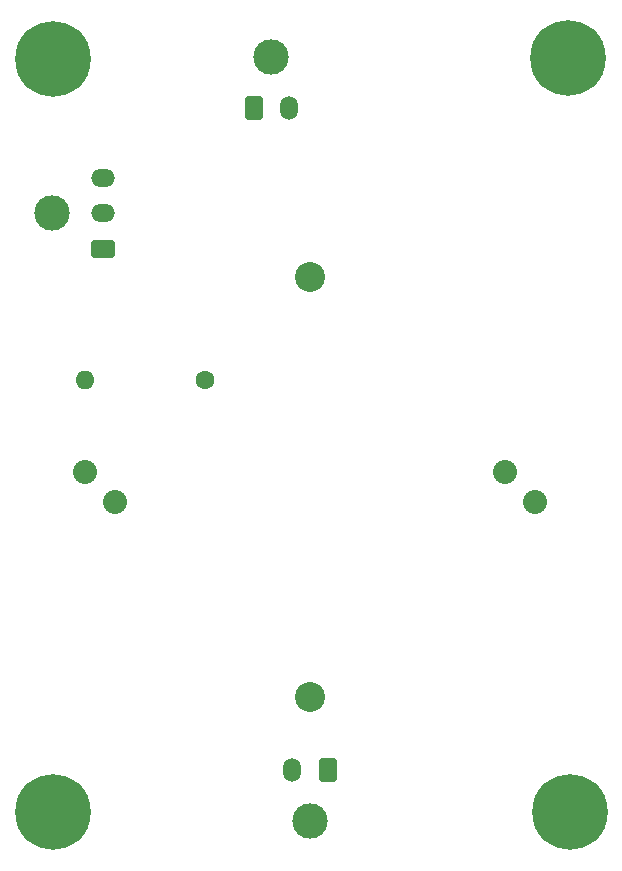
<source format=gbr>
%TF.GenerationSoftware,KiCad,Pcbnew,(6.0.11)*%
%TF.CreationDate,2023-03-01T11:44:45-05:00*%
%TF.ProjectId,DCT_HV_Widget,4443545f-4856-45f5-9769-646765742e6b,rev?*%
%TF.SameCoordinates,Original*%
%TF.FileFunction,Soldermask,Bot*%
%TF.FilePolarity,Negative*%
%FSLAX46Y46*%
G04 Gerber Fmt 4.6, Leading zero omitted, Abs format (unit mm)*
G04 Created by KiCad (PCBNEW (6.0.11)) date 2023-03-01 11:44:45*
%MOMM*%
%LPD*%
G01*
G04 APERTURE LIST*
G04 Aperture macros list*
%AMRoundRect*
0 Rectangle with rounded corners*
0 $1 Rounding radius*
0 $2 $3 $4 $5 $6 $7 $8 $9 X,Y pos of 4 corners*
0 Add a 4 corners polygon primitive as box body*
4,1,4,$2,$3,$4,$5,$6,$7,$8,$9,$2,$3,0*
0 Add four circle primitives for the rounded corners*
1,1,$1+$1,$2,$3*
1,1,$1+$1,$4,$5*
1,1,$1+$1,$6,$7*
1,1,$1+$1,$8,$9*
0 Add four rect primitives between the rounded corners*
20,1,$1+$1,$2,$3,$4,$5,0*
20,1,$1+$1,$4,$5,$6,$7,0*
20,1,$1+$1,$6,$7,$8,$9,0*
20,1,$1+$1,$8,$9,$2,$3,0*%
G04 Aperture macros list end*
%ADD10C,6.400000*%
%ADD11C,1.600000*%
%ADD12O,1.600000X1.600000*%
%ADD13C,3.000000*%
%ADD14RoundRect,0.250001X0.499999X0.759999X-0.499999X0.759999X-0.499999X-0.759999X0.499999X-0.759999X0*%
%ADD15O,1.500000X2.020000*%
%ADD16RoundRect,0.250001X0.759999X-0.499999X0.759999X0.499999X-0.759999X0.499999X-0.759999X-0.499999X0*%
%ADD17O,2.020000X1.500000*%
%ADD18RoundRect,0.250001X-0.499999X-0.759999X0.499999X-0.759999X0.499999X0.759999X-0.499999X0.759999X0*%
%ADD19C,2.032000*%
%ADD20C,2.540000*%
G04 APERTURE END LIST*
D10*
%TO.C,H2*%
X182200000Y-74500000D03*
%TD*%
%TO.C,H1*%
X138525000Y-74600000D03*
%TD*%
%TO.C,H3*%
X138525000Y-138375000D03*
%TD*%
%TO.C,H4*%
X182300000Y-138300000D03*
%TD*%
D11*
%TO.C,R5*%
X151465000Y-101800000D03*
D12*
X141305000Y-101800000D03*
%TD*%
D13*
%TO.C,J3*%
X160325000Y-139100000D03*
D14*
X161825000Y-134780000D03*
D15*
X158825000Y-134780000D03*
%TD*%
D13*
%TO.C,J2*%
X138480000Y-87650000D03*
D16*
X142800000Y-90650000D03*
D17*
X142800000Y-87650000D03*
X142800000Y-84650000D03*
%TD*%
D15*
%TO.C,J1*%
X158550000Y-78720000D03*
D18*
X155550000Y-78720000D03*
D13*
X157050000Y-74400000D03*
%TD*%
D19*
%TO.C,U2*%
X141305000Y-109530000D03*
X143845000Y-112070000D03*
X176865000Y-109530000D03*
X179405000Y-112070000D03*
D20*
X160355000Y-93020000D03*
X160355000Y-128580000D03*
%TD*%
M02*

</source>
